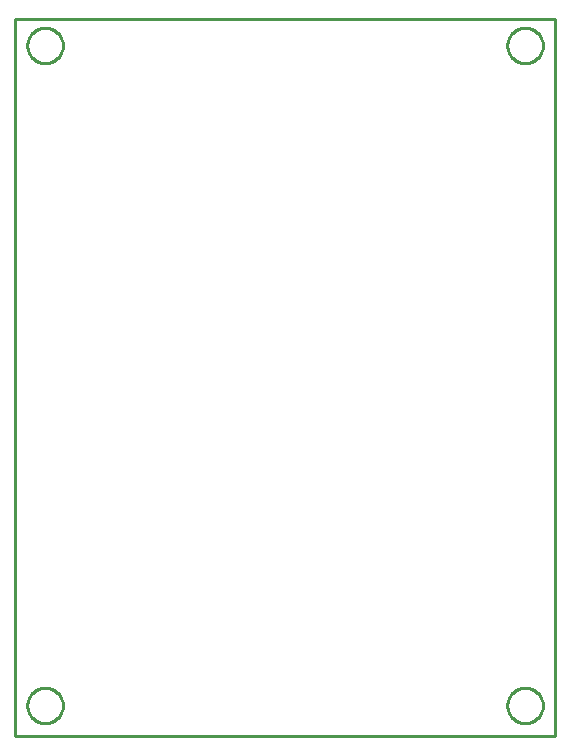
<source format=gbr>
G04 EAGLE Gerber RS-274X export*
G75*
%MOMM*%
%FSLAX34Y34*%
%LPD*%
%IN*%
%IPPOS*%
%AMOC8*
5,1,8,0,0,1.08239X$1,22.5*%
G01*
%ADD10C,0.254000*%


D10*
X101600Y-50800D02*
X558600Y-50800D01*
X558600Y555500D01*
X101600Y555500D01*
X101600Y-50800D01*
X548400Y532864D02*
X548324Y531796D01*
X548171Y530735D01*
X547943Y529688D01*
X547641Y528660D01*
X547267Y527656D01*
X546822Y526681D01*
X546308Y525741D01*
X545729Y524840D01*
X545087Y523982D01*
X544385Y523172D01*
X543628Y522415D01*
X542818Y521713D01*
X541960Y521071D01*
X541059Y520492D01*
X540119Y519978D01*
X539144Y519533D01*
X538140Y519159D01*
X537112Y518857D01*
X536065Y518629D01*
X535004Y518476D01*
X533936Y518400D01*
X532864Y518400D01*
X531796Y518476D01*
X530735Y518629D01*
X529688Y518857D01*
X528660Y519159D01*
X527656Y519533D01*
X526681Y519978D01*
X525741Y520492D01*
X524840Y521071D01*
X523982Y521713D01*
X523172Y522415D01*
X522415Y523172D01*
X521713Y523982D01*
X521071Y524840D01*
X520492Y525741D01*
X519978Y526681D01*
X519533Y527656D01*
X519159Y528660D01*
X518857Y529688D01*
X518629Y530735D01*
X518476Y531796D01*
X518400Y532864D01*
X518400Y533936D01*
X518476Y535004D01*
X518629Y536065D01*
X518857Y537112D01*
X519159Y538140D01*
X519533Y539144D01*
X519978Y540119D01*
X520492Y541059D01*
X521071Y541960D01*
X521713Y542818D01*
X522415Y543628D01*
X523172Y544385D01*
X523982Y545087D01*
X524840Y545729D01*
X525741Y546308D01*
X526681Y546822D01*
X527656Y547267D01*
X528660Y547641D01*
X529688Y547943D01*
X530735Y548171D01*
X531796Y548324D01*
X532864Y548400D01*
X533936Y548400D01*
X535004Y548324D01*
X536065Y548171D01*
X537112Y547943D01*
X538140Y547641D01*
X539144Y547267D01*
X540119Y546822D01*
X541059Y546308D01*
X541960Y545729D01*
X542818Y545087D01*
X543628Y544385D01*
X544385Y543628D01*
X545087Y542818D01*
X545729Y541960D01*
X546308Y541059D01*
X546822Y540119D01*
X547267Y539144D01*
X547641Y538140D01*
X547943Y537112D01*
X548171Y536065D01*
X548324Y535004D01*
X548400Y533936D01*
X548400Y532864D01*
X142000Y532864D02*
X141924Y531796D01*
X141771Y530735D01*
X141543Y529688D01*
X141241Y528660D01*
X140867Y527656D01*
X140422Y526681D01*
X139908Y525741D01*
X139329Y524840D01*
X138687Y523982D01*
X137985Y523172D01*
X137228Y522415D01*
X136418Y521713D01*
X135560Y521071D01*
X134659Y520492D01*
X133719Y519978D01*
X132744Y519533D01*
X131740Y519159D01*
X130712Y518857D01*
X129665Y518629D01*
X128604Y518476D01*
X127536Y518400D01*
X126464Y518400D01*
X125396Y518476D01*
X124335Y518629D01*
X123288Y518857D01*
X122260Y519159D01*
X121256Y519533D01*
X120281Y519978D01*
X119341Y520492D01*
X118440Y521071D01*
X117582Y521713D01*
X116772Y522415D01*
X116015Y523172D01*
X115313Y523982D01*
X114671Y524840D01*
X114092Y525741D01*
X113578Y526681D01*
X113133Y527656D01*
X112759Y528660D01*
X112457Y529688D01*
X112229Y530735D01*
X112076Y531796D01*
X112000Y532864D01*
X112000Y533936D01*
X112076Y535004D01*
X112229Y536065D01*
X112457Y537112D01*
X112759Y538140D01*
X113133Y539144D01*
X113578Y540119D01*
X114092Y541059D01*
X114671Y541960D01*
X115313Y542818D01*
X116015Y543628D01*
X116772Y544385D01*
X117582Y545087D01*
X118440Y545729D01*
X119341Y546308D01*
X120281Y546822D01*
X121256Y547267D01*
X122260Y547641D01*
X123288Y547943D01*
X124335Y548171D01*
X125396Y548324D01*
X126464Y548400D01*
X127536Y548400D01*
X128604Y548324D01*
X129665Y548171D01*
X130712Y547943D01*
X131740Y547641D01*
X132744Y547267D01*
X133719Y546822D01*
X134659Y546308D01*
X135560Y545729D01*
X136418Y545087D01*
X137228Y544385D01*
X137985Y543628D01*
X138687Y542818D01*
X139329Y541960D01*
X139908Y541059D01*
X140422Y540119D01*
X140867Y539144D01*
X141241Y538140D01*
X141543Y537112D01*
X141771Y536065D01*
X141924Y535004D01*
X142000Y533936D01*
X142000Y532864D01*
X142000Y-25936D02*
X141924Y-27004D01*
X141771Y-28065D01*
X141543Y-29112D01*
X141241Y-30140D01*
X140867Y-31144D01*
X140422Y-32119D01*
X139908Y-33059D01*
X139329Y-33960D01*
X138687Y-34818D01*
X137985Y-35628D01*
X137228Y-36385D01*
X136418Y-37087D01*
X135560Y-37729D01*
X134659Y-38308D01*
X133719Y-38822D01*
X132744Y-39267D01*
X131740Y-39641D01*
X130712Y-39943D01*
X129665Y-40171D01*
X128604Y-40324D01*
X127536Y-40400D01*
X126464Y-40400D01*
X125396Y-40324D01*
X124335Y-40171D01*
X123288Y-39943D01*
X122260Y-39641D01*
X121256Y-39267D01*
X120281Y-38822D01*
X119341Y-38308D01*
X118440Y-37729D01*
X117582Y-37087D01*
X116772Y-36385D01*
X116015Y-35628D01*
X115313Y-34818D01*
X114671Y-33960D01*
X114092Y-33059D01*
X113578Y-32119D01*
X113133Y-31144D01*
X112759Y-30140D01*
X112457Y-29112D01*
X112229Y-28065D01*
X112076Y-27004D01*
X112000Y-25936D01*
X112000Y-24864D01*
X112076Y-23796D01*
X112229Y-22735D01*
X112457Y-21688D01*
X112759Y-20660D01*
X113133Y-19656D01*
X113578Y-18681D01*
X114092Y-17741D01*
X114671Y-16840D01*
X115313Y-15982D01*
X116015Y-15172D01*
X116772Y-14415D01*
X117582Y-13713D01*
X118440Y-13071D01*
X119341Y-12492D01*
X120281Y-11978D01*
X121256Y-11533D01*
X122260Y-11159D01*
X123288Y-10857D01*
X124335Y-10629D01*
X125396Y-10476D01*
X126464Y-10400D01*
X127536Y-10400D01*
X128604Y-10476D01*
X129665Y-10629D01*
X130712Y-10857D01*
X131740Y-11159D01*
X132744Y-11533D01*
X133719Y-11978D01*
X134659Y-12492D01*
X135560Y-13071D01*
X136418Y-13713D01*
X137228Y-14415D01*
X137985Y-15172D01*
X138687Y-15982D01*
X139329Y-16840D01*
X139908Y-17741D01*
X140422Y-18681D01*
X140867Y-19656D01*
X141241Y-20660D01*
X141543Y-21688D01*
X141771Y-22735D01*
X141924Y-23796D01*
X142000Y-24864D01*
X142000Y-25936D01*
X548400Y-25936D02*
X548324Y-27004D01*
X548171Y-28065D01*
X547943Y-29112D01*
X547641Y-30140D01*
X547267Y-31144D01*
X546822Y-32119D01*
X546308Y-33059D01*
X545729Y-33960D01*
X545087Y-34818D01*
X544385Y-35628D01*
X543628Y-36385D01*
X542818Y-37087D01*
X541960Y-37729D01*
X541059Y-38308D01*
X540119Y-38822D01*
X539144Y-39267D01*
X538140Y-39641D01*
X537112Y-39943D01*
X536065Y-40171D01*
X535004Y-40324D01*
X533936Y-40400D01*
X532864Y-40400D01*
X531796Y-40324D01*
X530735Y-40171D01*
X529688Y-39943D01*
X528660Y-39641D01*
X527656Y-39267D01*
X526681Y-38822D01*
X525741Y-38308D01*
X524840Y-37729D01*
X523982Y-37087D01*
X523172Y-36385D01*
X522415Y-35628D01*
X521713Y-34818D01*
X521071Y-33960D01*
X520492Y-33059D01*
X519978Y-32119D01*
X519533Y-31144D01*
X519159Y-30140D01*
X518857Y-29112D01*
X518629Y-28065D01*
X518476Y-27004D01*
X518400Y-25936D01*
X518400Y-24864D01*
X518476Y-23796D01*
X518629Y-22735D01*
X518857Y-21688D01*
X519159Y-20660D01*
X519533Y-19656D01*
X519978Y-18681D01*
X520492Y-17741D01*
X521071Y-16840D01*
X521713Y-15982D01*
X522415Y-15172D01*
X523172Y-14415D01*
X523982Y-13713D01*
X524840Y-13071D01*
X525741Y-12492D01*
X526681Y-11978D01*
X527656Y-11533D01*
X528660Y-11159D01*
X529688Y-10857D01*
X530735Y-10629D01*
X531796Y-10476D01*
X532864Y-10400D01*
X533936Y-10400D01*
X535004Y-10476D01*
X536065Y-10629D01*
X537112Y-10857D01*
X538140Y-11159D01*
X539144Y-11533D01*
X540119Y-11978D01*
X541059Y-12492D01*
X541960Y-13071D01*
X542818Y-13713D01*
X543628Y-14415D01*
X544385Y-15172D01*
X545087Y-15982D01*
X545729Y-16840D01*
X546308Y-17741D01*
X546822Y-18681D01*
X547267Y-19656D01*
X547641Y-20660D01*
X547943Y-21688D01*
X548171Y-22735D01*
X548324Y-23796D01*
X548400Y-24864D01*
X548400Y-25936D01*
M02*

</source>
